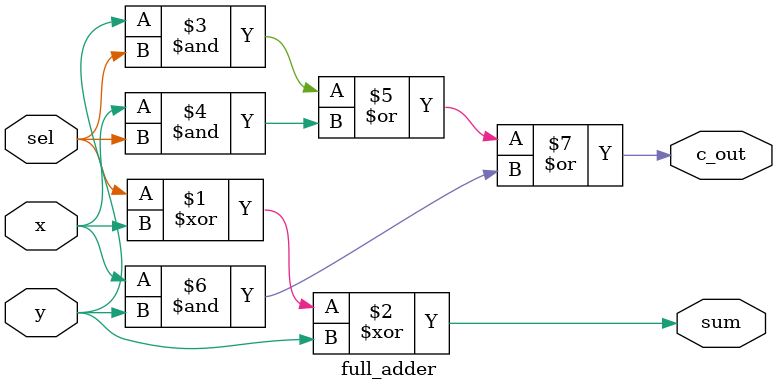
<source format=v>
module full_adder(x, y, sel, c_out, sum);
  // 3C7 LabD 2010
  // a and b are the bits to add
  // cin is carry in
  input wire x, y, sel;
  
  // s is the sum of a and b. cout is any carry out bit
  // wires since just using assign here
  output wire sum, c_out;

  // logic for sum and carry
  assign sum = sel ^ x ^ y;
  assign c_out = (y & sel) | (x & sel) | (x & y); 
  
endmodule


</source>
